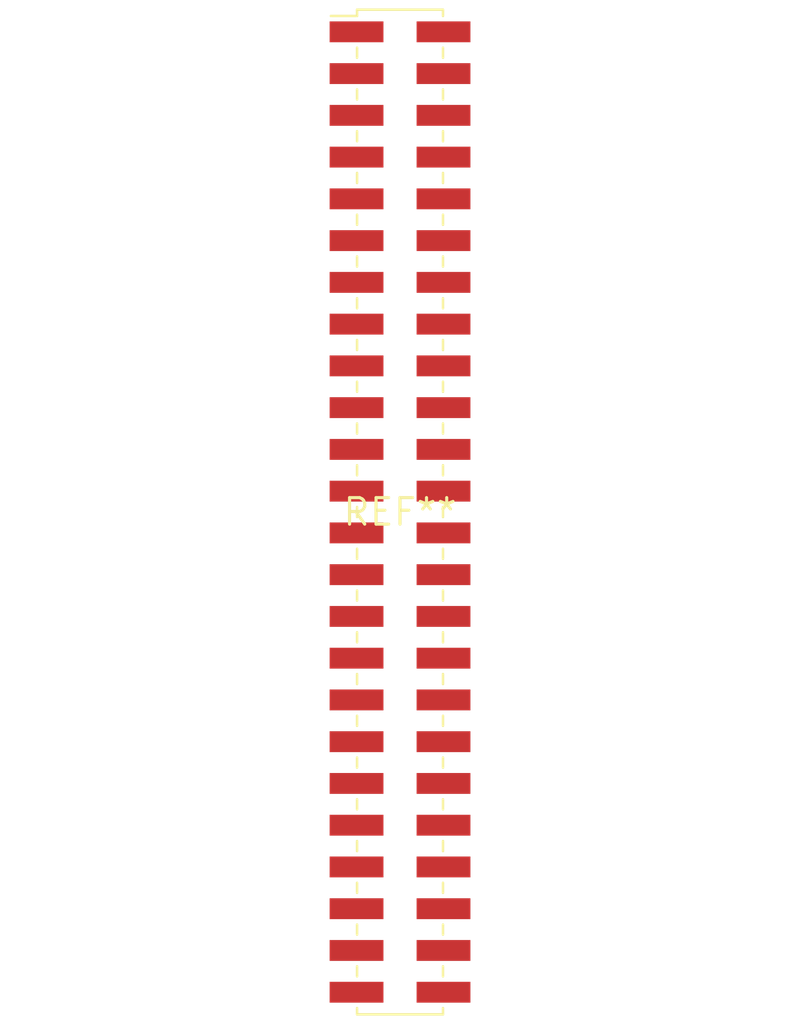
<source format=kicad_pcb>
(kicad_pcb (version 20240108) (generator pcbnew)
  (layers (0 "F.Cu" signal) (31 "B.Cu" signal) (34 "B.Paste" user) (35 "F.Paste" user) (36 "B.SilkS" user "B.Silkscreen") (37 "F.SilkS" user "F.Silkscreen") (38 "B.Mask" user) (39 "F.Mask" user) (44 "Edge.Cuts" user))
  (net 0 "")
  (footprint "PinHeader_2x24_P2.00mm_Vertical_SMD" (layer "F.Cu") (at 0 0)
    (property "Reference" "REF**")
    (property "Value" "PinHeader_2x24_P2.00mm_Vertical_SMD")
    (fp_line (start -3.315 -23.76) (end -2.06 -23.76) (layer "F.SilkS") (stroke (width 0.12)))
    (fp_line (start -2.06 -24.06) (end -2.06 -23.76) (layer "F.SilkS") (stroke (width 0.12)))
    (fp_line (start -2.06 -24.06) (end 2.06 -24.06) (layer "F.SilkS") (stroke (width 0.12)))
    (fp_line (start -2.06 -22.24) (end -2.06 -21.76) (layer "F.SilkS") (stroke (width 0.12)))
    (fp_line (start -2.06 -20.24) (end -2.06 -19.76) (layer "F.SilkS") (stroke (width 0.12)))
    (fp_line (start -2.06 -18.24) (end -2.06 -17.76) (layer "F.SilkS") (stroke (width 0.12)))
    (fp_line (start -2.06 -16.24) (end -2.06 -15.76) (layer "F.SilkS") (stroke (width 0.12)))
    (fp_line (start -2.06 -14.24) (end -2.06 -13.76) (layer "F.SilkS") (stroke (width 0.12)))
    (fp_line (start -2.06 -12.24) (end -2.06 -11.76) (layer "F.SilkS") (stroke (width 0.12)))
    (fp_line (start -2.06 -10.24) (end -2.06 -9.76) (layer "F.SilkS") (stroke (width 0.12)))
    (fp_line (start -2.06 -8.24) (end -2.06 -7.76) (layer "F.SilkS") (stroke (width 0.12)))
    (fp_line (start -2.06 -6.24) (end -2.06 -5.76) (layer "F.SilkS") (stroke (width 0.12)))
    (fp_line (start -2.06 -4.24) (end -2.06 -3.76) (layer "F.SilkS") (stroke (width 0.12)))
    (fp_line (start -2.06 -2.24) (end -2.06 -1.76) (layer "F.SilkS") (stroke (width 0.12)))
    (fp_line (start -2.06 -0.24) (end -2.06 0.24) (layer "F.SilkS") (stroke (width 0.12)))
    (fp_line (start -2.06 1.76) (end -2.06 2.24) (layer "F.SilkS") (stroke (width 0.12)))
    (fp_line (start -2.06 3.76) (end -2.06 4.24) (layer "F.SilkS") (stroke (width 0.12)))
    (fp_line (start -2.06 5.76) (end -2.06 6.24) (layer "F.SilkS") (stroke (width 0.12)))
    (fp_line (start -2.06 7.76) (end -2.06 8.24) (layer "F.SilkS") (stroke (width 0.12)))
    (fp_line (start -2.06 9.76) (end -2.06 10.24) (layer "F.SilkS") (stroke (width 0.12)))
    (fp_line (start -2.06 11.76) (end -2.06 12.24) (layer "F.SilkS") (stroke (width 0.12)))
    (fp_line (start -2.06 13.76) (end -2.06 14.24) (layer "F.SilkS") (stroke (width 0.12)))
    (fp_line (start -2.06 15.76) (end -2.06 16.24) (layer "F.SilkS") (stroke (width 0.12)))
    (fp_line (start -2.06 17.76) (end -2.06 18.24) (layer "F.SilkS") (stroke (width 0.12)))
    (fp_line (start -2.06 19.76) (end -2.06 20.24) (layer "F.SilkS") (stroke (width 0.12)))
    (fp_line (start -2.06 21.76) (end -2.06 22.24) (layer "F.SilkS") (stroke (width 0.12)))
    (fp_line (start -2.06 23.76) (end -2.06 24.06) (layer "F.SilkS") (stroke (width 0.12)))
    (fp_line (start -2.06 24.06) (end 2.06 24.06) (layer "F.SilkS") (stroke (width 0.12)))
    (fp_line (start 2.06 -24.06) (end 2.06 -23.76) (layer "F.SilkS") (stroke (width 0.12)))
    (fp_line (start 2.06 -22.24) (end 2.06 -21.76) (layer "F.SilkS") (stroke (width 0.12)))
    (fp_line (start 2.06 -20.24) (end 2.06 -19.76) (layer "F.SilkS") (stroke (width 0.12)))
    (fp_line (start 2.06 -18.24) (end 2.06 -17.76) (layer "F.SilkS") (stroke (width 0.12)))
    (fp_line (start 2.06 -16.24) (end 2.06 -15.76) (layer "F.SilkS") (stroke (width 0.12)))
    (fp_line (start 2.06 -14.24) (end 2.06 -13.76) (layer "F.SilkS") (stroke (width 0.12)))
    (fp_line (start 2.06 -12.24) (end 2.06 -11.76) (layer "F.SilkS") (stroke (width 0.12)))
    (fp_line (start 2.06 -10.24) (end 2.06 -9.76) (layer "F.SilkS") (stroke (width 0.12)))
    (fp_line (start 2.06 -8.24) (end 2.06 -7.76) (layer "F.SilkS") (stroke (width 0.12)))
    (fp_line (start 2.06 -6.24) (end 2.06 -5.76) (layer "F.SilkS") (stroke (width 0.12)))
    (fp_line (start 2.06 -4.24) (end 2.06 -3.76) (layer "F.SilkS") (stroke (width 0.12)))
    (fp_line (start 2.06 -2.24) (end 2.06 -1.76) (layer "F.SilkS") (stroke (width 0.12)))
    (fp_line (start 2.06 -0.24) (end 2.06 0.24) (layer "F.SilkS") (stroke (width 0.12)))
    (fp_line (start 2.06 1.76) (end 2.06 2.24) (layer "F.SilkS") (stroke (width 0.12)))
    (fp_line (start 2.06 3.76) (end 2.06 4.24) (layer "F.SilkS") (stroke (width 0.12)))
    (fp_line (start 2.06 5.76) (end 2.06 6.24) (layer "F.SilkS") (stroke (width 0.12)))
    (fp_line (start 2.06 7.76) (end 2.06 8.24) (layer "F.SilkS") (stroke (width 0.12)))
    (fp_line (start 2.06 9.76) (end 2.06 10.24) (layer "F.SilkS") (stroke (width 0.12)))
    (fp_line (start 2.06 11.76) (end 2.06 12.24) (layer "F.SilkS") (stroke (width 0.12)))
    (fp_line (start 2.06 13.76) (end 2.06 14.24) (layer "F.SilkS") (stroke (width 0.12)))
    (fp_line (start 2.06 15.76) (end 2.06 16.24) (layer "F.SilkS") (stroke (width 0.12)))
    (fp_line (start 2.06 17.76) (end 2.06 18.24) (layer "F.SilkS") (stroke (width 0.12)))
    (fp_line (start 2.06 19.76) (end 2.06 20.24) (layer "F.SilkS") (stroke (width 0.12)))
    (fp_line (start 2.06 21.76) (end 2.06 22.24) (layer "F.SilkS") (stroke (width 0.12)))
    (fp_line (start 2.06 23.76) (end 2.06 24.06) (layer "F.SilkS") (stroke (width 0.12)))
    (pad "1" smd rect (at -2.085 -23) (size 2.58 1) (layers "F.Cu" "F.Paste" "F.Mask"))
    (pad "2" smd rect (at 2.085 -23) (size 2.58 1) (layers "F.Cu" "F.Paste" "F.Mask"))
    (pad "3" smd rect (at -2.085 -21) (size 2.58 1) (layers "F.Cu" "F.Paste" "F.Mask"))
    (pad "4" smd rect (at 2.085 -21) (size 2.58 1) (layers "F.Cu" "F.Paste" "F.Mask"))
    (pad "5" smd rect (at -2.085 -19) (size 2.58 1) (layers "F.Cu" "F.Paste" "F.Mask"))
    (pad "6" smd rect (at 2.085 -19) (size 2.58 1) (layers "F.Cu" "F.Paste" "F.Mask"))
    (pad "7" smd rect (at -2.085 -17) (size 2.58 1) (layers "F.Cu" "F.Paste" "F.Mask"))
    (pad "8" smd rect (at 2.085 -17) (size 2.58 1) (layers "F.Cu" "F.Paste" "F.Mask"))
    (pad "9" smd rect (at -2.085 -15) (size 2.58 1) (layers "F.Cu" "F.Paste" "F.Mask"))
    (pad "10" smd rect (at 2.085 -15) (size 2.58 1) (layers "F.Cu" "F.Paste" "F.Mask"))
    (pad "11" smd rect (at -2.085 -13) (size 2.58 1) (layers "F.Cu" "F.Paste" "F.Mask"))
    (pad "12" smd rect (at 2.085 -13) (size 2.58 1) (layers "F.Cu" "F.Paste" "F.Mask"))
    (pad "13" smd rect (at -2.085 -11) (size 2.58 1) (layers "F.Cu" "F.Paste" "F.Mask"))
    (pad "14" smd rect (at 2.085 -11) (size 2.58 1) (layers "F.Cu" "F.Paste" "F.Mask"))
    (pad "15" smd rect (at -2.085 -9) (size 2.58 1) (layers "F.Cu" "F.Paste" "F.Mask"))
    (pad "16" smd rect (at 2.085 -9) (size 2.58 1) (layers "F.Cu" "F.Paste" "F.Mask"))
    (pad "17" smd rect (at -2.085 -7) (size 2.58 1) (layers "F.Cu" "F.Paste" "F.Mask"))
    (pad "18" smd rect (at 2.085 -7) (size 2.58 1) (layers "F.Cu" "F.Paste" "F.Mask"))
    (pad "19" smd rect (at -2.085 -5) (size 2.58 1) (layers "F.Cu" "F.Paste" "F.Mask"))
    (pad "20" smd rect (at 2.085 -5) (size 2.58 1) (layers "F.Cu" "F.Paste" "F.Mask"))
    (pad "21" smd rect (at -2.085 -3) (size 2.58 1) (layers "F.Cu" "F.Paste" "F.Mask"))
    (pad "22" smd rect (at 2.085 -3) (size 2.58 1) (layers "F.Cu" "F.Paste" "F.Mask"))
    (pad "23" smd rect (at -2.085 -1) (size 2.58 1) (layers "F.Cu" "F.Paste" "F.Mask"))
    (pad "24" smd rect (at 2.085 -1) (size 2.58 1) (layers "F.Cu" "F.Paste" "F.Mask"))
    (pad "25" smd rect (at -2.085 1) (size 2.58 1) (layers "F.Cu" "F.Paste" "F.Mask"))
    (pad "26" smd rect (at 2.085 1) (size 2.58 1) (layers "F.Cu" "F.Paste" "F.Mask"))
    (pad "27" smd rect (at -2.085 3) (size 2.58 1) (layers "F.Cu" "F.Paste" "F.Mask"))
    (pad "28" smd rect (at 2.085 3) (size 2.58 1) (layers "F.Cu" "F.Paste" "F.Mask"))
    (pad "29" smd rect (at -2.085 5) (size 2.58 1) (layers "F.Cu" "F.Paste" "F.Mask"))
    (pad "30" smd rect (at 2.085 5) (size 2.58 1) (layers "F.Cu" "F.Paste" "F.Mask"))
    (pad "31" smd rect (at -2.085 7) (size 2.58 1) (layers "F.Cu" "F.Paste" "F.Mask"))
    (pad "32" smd rect (at 2.085 7) (size 2.58 1) (layers "F.Cu" "F.Paste" "F.Mask"))
    (pad "33" smd rect (at -2.085 9) (size 2.58 1) (layers "F.Cu" "F.Paste" "F.Mask"))
    (pad "34" smd rect (at 2.085 9) (size 2.58 1) (layers "F.Cu" "F.Paste" "F.Mask"))
    (pad "35" smd rect (at -2.085 11) (size 2.58 1) (layers "F.Cu" "F.Paste" "F.Mask"))
    (pad "36" smd rect (at 2.085 11) (size 2.58 1) (layers "F.Cu" "F.Paste" "F.Mask"))
    (pad "37" smd rect (at -2.085 13) (size 2.58 1) (layers "F.Cu" "F.Paste" "F.Mask"))
    (pad "38" smd rect (at 2.085 13) (size 2.58 1) (layers "F.Cu" "F.Paste" "F.Mask"))
    (pad "39" smd rect (at -2.085 15) (size 2.58 1) (layers "F.Cu" "F.Paste" "F.Mask"))
    (pad "40" smd rect (at 2.085 15) (size 2.58 1) (layers "F.Cu" "F.Paste" "F.Mask"))
    (pad "41" smd rect (at -2.085 17) (size 2.58 1) (layers "F.Cu" "F.Paste" "F.Mask"))
    (pad "42" smd rect (at 2.085 17) (size 2.58 1) (layers "F.Cu" "F.Paste" "F.Mask"))
    (pad "43" smd rect (at -2.085 19) (size 2.58 1) (layers "F.Cu" "F.Paste" "F.Mask"))
    (pad "44" smd rect (at 2.085 19) (size 2.58 1) (layers "F.Cu" "F.Paste" "F.Mask"))
    (pad "45" smd rect (at -2.085 21) (size 2.58 1) (layers "F.Cu" "F.Paste" "F.Mask"))
    (pad "46" smd rect (at 2.085 21) (size 2.58 1) (layers "F.Cu" "F.Paste" "F.Mask"))
    (pad "47" smd rect (at -2.085 23) (size 2.58 1) (layers "F.Cu" "F.Paste" "F.Mask"))
    (pad "48" smd rect (at 2.085 23) (size 2.58 1) (layers "F.Cu" "F.Paste" "F.Mask"))
  )
)
</source>
